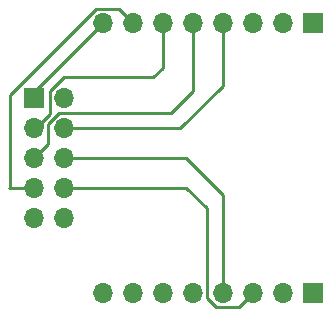
<source format=gbr>
%TF.GenerationSoftware,KiCad,Pcbnew,(5.1.10)-1*%
%TF.CreationDate,2021-10-25T01:06:34+02:00*%
%TF.ProjectId,c1101 shield,63313130-3120-4736-9869-656c642e6b69,rev?*%
%TF.SameCoordinates,Original*%
%TF.FileFunction,Copper,L1,Top*%
%TF.FilePolarity,Positive*%
%FSLAX46Y46*%
G04 Gerber Fmt 4.6, Leading zero omitted, Abs format (unit mm)*
G04 Created by KiCad (PCBNEW (5.1.10)-1) date 2021-10-25 01:06:34*
%MOMM*%
%LPD*%
G01*
G04 APERTURE LIST*
%TA.AperFunction,ComponentPad*%
%ADD10R,1.700000X1.700000*%
%TD*%
%TA.AperFunction,ComponentPad*%
%ADD11O,1.700000X1.700000*%
%TD*%
%TA.AperFunction,Conductor*%
%ADD12C,0.250000*%
%TD*%
G04 APERTURE END LIST*
D10*
%TO.P,J3,1*%
%TO.N,Net-(J3-Pad1)*%
X39296000Y-195218000D03*
D11*
%TO.P,J3,2*%
%TO.N,Net-(J3-Pad2)*%
X36756000Y-195218000D03*
%TO.P,J3,3*%
%TO.N,Net-(J1-Pad8)*%
X34216000Y-195218000D03*
%TO.P,J3,4*%
%TO.N,Net-(J1-Pad6)*%
X31676000Y-195218000D03*
%TO.P,J3,5*%
%TO.N,Net-(J3-Pad5)*%
X29136000Y-195218000D03*
%TO.P,J3,6*%
%TO.N,Net-(J3-Pad6)*%
X26596000Y-195218000D03*
%TO.P,J3,7*%
%TO.N,GND*%
X24056000Y-195218000D03*
%TO.P,J3,8*%
%TO.N,Net-(J3-Pad8)*%
X21516000Y-195218000D03*
%TD*%
D10*
%TO.P,J2,1*%
%TO.N,Net-(J2-Pad1)*%
X39296000Y-172358000D03*
D11*
%TO.P,J2,2*%
%TO.N,Net-(J2-Pad2)*%
X36756000Y-172358000D03*
%TO.P,J2,3*%
%TO.N,Net-(J2-Pad3)*%
X34216000Y-172358000D03*
%TO.P,J2,4*%
%TO.N,Net-(J1-Pad4)*%
X31676000Y-172358000D03*
%TO.P,J2,5*%
%TO.N,Net-(J1-Pad5)*%
X29136000Y-172358000D03*
%TO.P,J2,6*%
%TO.N,Net-(J1-Pad3)*%
X26596000Y-172358000D03*
%TO.P,J2,7*%
%TO.N,Net-(J1-Pad7)*%
X24056000Y-172358000D03*
%TO.P,J2,8*%
%TO.N,+3V3*%
X21516000Y-172358000D03*
%TD*%
%TO.P,J1,10*%
%TO.N,Net-(J1-Pad10)*%
X18214000Y-188868000D03*
%TO.P,J1,9*%
%TO.N,GND*%
X15674000Y-188868000D03*
%TO.P,J1,8*%
%TO.N,Net-(J1-Pad8)*%
X18214000Y-186328000D03*
%TO.P,J1,7*%
%TO.N,Net-(J1-Pad7)*%
X15674000Y-186328000D03*
%TO.P,J1,6*%
%TO.N,Net-(J1-Pad6)*%
X18214000Y-183788000D03*
%TO.P,J1,5*%
%TO.N,Net-(J1-Pad5)*%
X15674000Y-183788000D03*
%TO.P,J1,4*%
%TO.N,Net-(J1-Pad4)*%
X18214000Y-181248000D03*
%TO.P,J1,3*%
%TO.N,Net-(J1-Pad3)*%
X15674000Y-181248000D03*
%TO.P,J1,2*%
%TO.N,Net-(J1-Pad2)*%
X18214000Y-178708000D03*
D10*
%TO.P,J1,1*%
%TO.N,+3V3*%
X15674000Y-178708000D03*
%TD*%
D12*
%TO.N,Net-(J1-Pad8)*%
X18214000Y-186328000D02*
X28594000Y-186328000D01*
X33040999Y-196393001D02*
X34216000Y-195218000D01*
X31111999Y-196393001D02*
X33040999Y-196393001D01*
X30311001Y-195592003D02*
X31111999Y-196393001D01*
X30311001Y-188045001D02*
X30311001Y-195592003D01*
X28594000Y-186328000D02*
X30311001Y-188045001D01*
%TO.N,Net-(J1-Pad7)*%
X15674000Y-186328000D02*
X13612000Y-186328000D01*
X13612000Y-186328000D02*
X13660000Y-186280000D01*
X13660000Y-178436998D02*
X18563997Y-173533001D01*
X13660000Y-186280000D02*
X13660000Y-178436998D01*
X22880999Y-171182999D02*
X24056000Y-172358000D01*
X20951999Y-171182999D02*
X22880999Y-171182999D01*
X18601997Y-173533001D02*
X20951999Y-171182999D01*
X18563997Y-173533001D02*
X18601997Y-173533001D01*
%TO.N,Net-(J1-Pad6)*%
X18214000Y-183788000D02*
X28594000Y-183788000D01*
X31676000Y-186870000D02*
X31676000Y-195218000D01*
X28594000Y-183788000D02*
X31676000Y-186870000D01*
%TO.N,Net-(J1-Pad5)*%
X16849001Y-180873997D02*
X17792998Y-179930000D01*
X16849001Y-182612999D02*
X16849001Y-180873997D01*
X15674000Y-183788000D02*
X16849001Y-182612999D01*
X17792998Y-179930000D02*
X27270000Y-179930000D01*
X29136000Y-178064000D02*
X29136000Y-172358000D01*
X27270000Y-179930000D02*
X29136000Y-178064000D01*
%TO.N,Net-(J1-Pad4)*%
X18214000Y-181248000D02*
X28102000Y-181248000D01*
X31676000Y-177674000D02*
X31676000Y-172358000D01*
X28102000Y-181248000D02*
X31676000Y-177674000D01*
%TO.N,Net-(J1-Pad3)*%
X17038999Y-180047589D02*
X17038999Y-178143999D01*
X17038999Y-178143999D02*
X18222998Y-176960000D01*
X16398992Y-180687596D02*
X17038999Y-180047589D01*
X16398991Y-181081009D02*
X16398992Y-180687596D01*
X16232000Y-181248000D02*
X16398991Y-181081009D01*
X15674000Y-181248000D02*
X16232000Y-181248000D01*
X18222998Y-176960000D02*
X25790000Y-176960000D01*
X26596000Y-176154000D02*
X26596000Y-172358000D01*
X25790000Y-176960000D02*
X26596000Y-176154000D01*
%TO.N,+3V3*%
X15674000Y-178200000D02*
X21516000Y-172358000D01*
X15674000Y-178708000D02*
X15674000Y-178200000D01*
%TD*%
M02*

</source>
